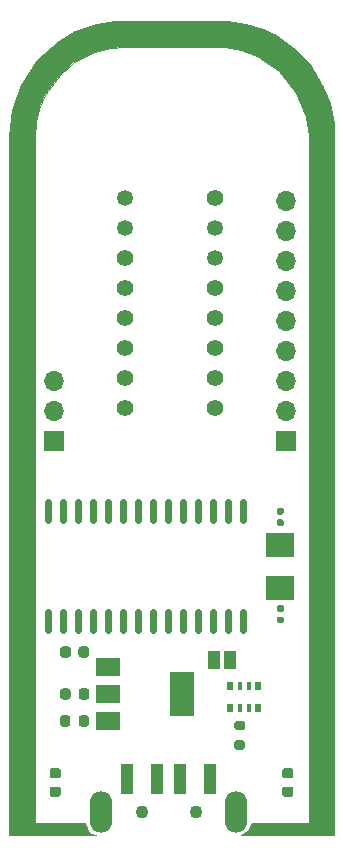
<source format=gbr>
%TF.GenerationSoftware,KiCad,Pcbnew,(5.1.8)-1*%
%TF.CreationDate,2021-02-26T23:13:32+01:00*%
%TF.ProjectId,CH341Apro,43483334-3141-4707-926f-2e6b69636164,rev?*%
%TF.SameCoordinates,Original*%
%TF.FileFunction,Soldermask,Top*%
%TF.FilePolarity,Negative*%
%FSLAX46Y46*%
G04 Gerber Fmt 4.6, Leading zero omitted, Abs format (unit mm)*
G04 Created by KiCad (PCBNEW (5.1.8)-1) date 2021-02-26 23:13:32*
%MOMM*%
%LPD*%
G01*
G04 APERTURE LIST*
%ADD10C,0.100000*%
%ADD11R,1.700000X1.700000*%
%ADD12O,1.700000X1.700000*%
%ADD13C,1.400000*%
%ADD14C,1.350000*%
%ADD15R,0.500000X0.800000*%
%ADD16R,0.400000X0.800000*%
%ADD17R,2.000000X3.800000*%
%ADD18R,2.000000X1.500000*%
%ADD19R,1.100000X2.500000*%
%ADD20O,1.900000X3.500000*%
%ADD21C,1.100000*%
%ADD22R,1.000000X1.500000*%
%ADD23R,2.400000X2.000000*%
G04 APERTURE END LIST*
D10*
G36*
X111277400Y-45237400D02*
G01*
X112699800Y-45669200D01*
X113817400Y-46202600D01*
X115493800Y-47447200D01*
X116662200Y-48666400D01*
X117830600Y-50622200D01*
X118364000Y-51917600D01*
X118694200Y-53619400D01*
X118719600Y-56134000D01*
X118694200Y-113919000D01*
X110871000Y-113919000D01*
X111252000Y-113665000D01*
X111506000Y-113411000D01*
X111760000Y-112903000D01*
X116586000Y-112903000D01*
X116586000Y-54610000D01*
X116332000Y-53086000D01*
X115544600Y-51054000D01*
X114046000Y-49250600D01*
X112242600Y-47955200D01*
X110820200Y-47447200D01*
X109474000Y-47193200D01*
X100965000Y-47193200D01*
X99745800Y-47294800D01*
X98425000Y-47625000D01*
X96748600Y-48463200D01*
X95504000Y-49555400D01*
X94259400Y-51282600D01*
X93776800Y-52451000D01*
X93522800Y-53492400D01*
X93395800Y-54965600D01*
X93395800Y-112903000D01*
X97663000Y-112903000D01*
X97790000Y-113284000D01*
X97917000Y-113538000D01*
X98171000Y-113792000D01*
X98552000Y-113919000D01*
X91186000Y-113919000D01*
X91211400Y-54737000D01*
X91465400Y-52527200D01*
X92202000Y-50393600D01*
X93573600Y-48310800D01*
X95402400Y-46710600D01*
X96799400Y-45872400D01*
X98628200Y-45212000D01*
X100177600Y-44958000D01*
X103809800Y-44983400D01*
X109651800Y-44958000D01*
X111277400Y-45237400D01*
G37*
X111277400Y-45237400D02*
X112699800Y-45669200D01*
X113817400Y-46202600D01*
X115493800Y-47447200D01*
X116662200Y-48666400D01*
X117830600Y-50622200D01*
X118364000Y-51917600D01*
X118694200Y-53619400D01*
X118719600Y-56134000D01*
X118694200Y-113919000D01*
X110871000Y-113919000D01*
X111252000Y-113665000D01*
X111506000Y-113411000D01*
X111760000Y-112903000D01*
X116586000Y-112903000D01*
X116586000Y-54610000D01*
X116332000Y-53086000D01*
X115544600Y-51054000D01*
X114046000Y-49250600D01*
X112242600Y-47955200D01*
X110820200Y-47447200D01*
X109474000Y-47193200D01*
X100965000Y-47193200D01*
X99745800Y-47294800D01*
X98425000Y-47625000D01*
X96748600Y-48463200D01*
X95504000Y-49555400D01*
X94259400Y-51282600D01*
X93776800Y-52451000D01*
X93522800Y-53492400D01*
X93395800Y-54965600D01*
X93395800Y-112903000D01*
X97663000Y-112903000D01*
X97790000Y-113284000D01*
X97917000Y-113538000D01*
X98171000Y-113792000D01*
X98552000Y-113919000D01*
X91186000Y-113919000D01*
X91211400Y-54737000D01*
X91465400Y-52527200D01*
X92202000Y-50393600D01*
X93573600Y-48310800D01*
X95402400Y-46710600D01*
X96799400Y-45872400D01*
X98628200Y-45212000D01*
X100177600Y-44958000D01*
X103809800Y-44983400D01*
X109651800Y-44958000D01*
X111277400Y-45237400D01*
D11*
%TO.C,J5*%
X94996000Y-80518000D03*
D12*
X94996000Y-77978000D03*
X94996000Y-75438000D03*
%TD*%
%TO.C,C2*%
G36*
G01*
X97999000Y-101724750D02*
X97999000Y-102237250D01*
G75*
G02*
X97780250Y-102456000I-218750J0D01*
G01*
X97342750Y-102456000D01*
G75*
G02*
X97124000Y-102237250I0J218750D01*
G01*
X97124000Y-101724750D01*
G75*
G02*
X97342750Y-101506000I218750J0D01*
G01*
X97780250Y-101506000D01*
G75*
G02*
X97999000Y-101724750I0J-218750D01*
G01*
G37*
G36*
G01*
X96424000Y-101724750D02*
X96424000Y-102237250D01*
G75*
G02*
X96205250Y-102456000I-218750J0D01*
G01*
X95767750Y-102456000D01*
G75*
G02*
X95549000Y-102237250I0J218750D01*
G01*
X95549000Y-101724750D01*
G75*
G02*
X95767750Y-101506000I218750J0D01*
G01*
X96205250Y-101506000D01*
G75*
G02*
X96424000Y-101724750I0J-218750D01*
G01*
G37*
%TD*%
%TO.C,C1*%
G36*
G01*
X97973500Y-104010750D02*
X97973500Y-104523250D01*
G75*
G02*
X97754750Y-104742000I-218750J0D01*
G01*
X97317250Y-104742000D01*
G75*
G02*
X97098500Y-104523250I0J218750D01*
G01*
X97098500Y-104010750D01*
G75*
G02*
X97317250Y-103792000I218750J0D01*
G01*
X97754750Y-103792000D01*
G75*
G02*
X97973500Y-104010750I0J-218750D01*
G01*
G37*
G36*
G01*
X96398500Y-104010750D02*
X96398500Y-104523250D01*
G75*
G02*
X96179750Y-104742000I-218750J0D01*
G01*
X95742250Y-104742000D01*
G75*
G02*
X95523500Y-104523250I0J218750D01*
G01*
X95523500Y-104010750D01*
G75*
G02*
X95742250Y-103792000I218750J0D01*
G01*
X96179750Y-103792000D01*
G75*
G02*
X96398500Y-104010750I0J-218750D01*
G01*
G37*
%TD*%
%TO.C,D1*%
G36*
G01*
X95379250Y-110699000D02*
X94866750Y-110699000D01*
G75*
G02*
X94648000Y-110480250I0J218750D01*
G01*
X94648000Y-110042750D01*
G75*
G02*
X94866750Y-109824000I218750J0D01*
G01*
X95379250Y-109824000D01*
G75*
G02*
X95598000Y-110042750I0J-218750D01*
G01*
X95598000Y-110480250D01*
G75*
G02*
X95379250Y-110699000I-218750J0D01*
G01*
G37*
G36*
G01*
X95379250Y-109124000D02*
X94866750Y-109124000D01*
G75*
G02*
X94648000Y-108905250I0J218750D01*
G01*
X94648000Y-108467750D01*
G75*
G02*
X94866750Y-108249000I218750J0D01*
G01*
X95379250Y-108249000D01*
G75*
G02*
X95598000Y-108467750I0J-218750D01*
G01*
X95598000Y-108905250D01*
G75*
G02*
X95379250Y-109124000I-218750J0D01*
G01*
G37*
%TD*%
%TO.C,D2*%
G36*
G01*
X115064250Y-109124000D02*
X114551750Y-109124000D01*
G75*
G02*
X114333000Y-108905250I0J218750D01*
G01*
X114333000Y-108467750D01*
G75*
G02*
X114551750Y-108249000I218750J0D01*
G01*
X115064250Y-108249000D01*
G75*
G02*
X115283000Y-108467750I0J-218750D01*
G01*
X115283000Y-108905250D01*
G75*
G02*
X115064250Y-109124000I-218750J0D01*
G01*
G37*
G36*
G01*
X115064250Y-110699000D02*
X114551750Y-110699000D01*
G75*
G02*
X114333000Y-110480250I0J218750D01*
G01*
X114333000Y-110042750D01*
G75*
G02*
X114551750Y-109824000I218750J0D01*
G01*
X115064250Y-109824000D01*
G75*
G02*
X115283000Y-110042750I0J-218750D01*
G01*
X115283000Y-110480250D01*
G75*
G02*
X115064250Y-110699000I-218750J0D01*
G01*
G37*
%TD*%
D13*
%TO.C,J3*%
X108648500Y-77787500D03*
X101028500Y-77787500D03*
X108648500Y-75247500D03*
X101028500Y-75247500D03*
X108648500Y-72707500D03*
X101028500Y-72707500D03*
X108648500Y-70167500D03*
X101028500Y-70167500D03*
X108648500Y-67627500D03*
X101028500Y-67627500D03*
D14*
X108648500Y-65087500D03*
D13*
X101028500Y-65087500D03*
D14*
X108648500Y-62547500D03*
X101028500Y-62547500D03*
D13*
X108648500Y-60007500D03*
D14*
X101028500Y-60007500D03*
%TD*%
D15*
%TO.C,RN1*%
X112325000Y-101335000D03*
D16*
X110725000Y-101335000D03*
X111525000Y-101335000D03*
D15*
X109925000Y-101335000D03*
D16*
X111525000Y-103135000D03*
D15*
X112325000Y-103135000D03*
D16*
X110725000Y-103135000D03*
D15*
X109925000Y-103135000D03*
%TD*%
D17*
%TO.C,U1*%
X105893000Y-101981000D03*
D18*
X99593000Y-101981000D03*
X99593000Y-104281000D03*
X99593000Y-99681000D03*
%TD*%
%TO.C,U2*%
G36*
G01*
X94701500Y-96861000D02*
X94401500Y-96861000D01*
G75*
G02*
X94251500Y-96711000I0J150000D01*
G01*
X94251500Y-94961000D01*
G75*
G02*
X94401500Y-94811000I150000J0D01*
G01*
X94701500Y-94811000D01*
G75*
G02*
X94851500Y-94961000I0J-150000D01*
G01*
X94851500Y-96711000D01*
G75*
G02*
X94701500Y-96861000I-150000J0D01*
G01*
G37*
G36*
G01*
X95971500Y-96861000D02*
X95671500Y-96861000D01*
G75*
G02*
X95521500Y-96711000I0J150000D01*
G01*
X95521500Y-94961000D01*
G75*
G02*
X95671500Y-94811000I150000J0D01*
G01*
X95971500Y-94811000D01*
G75*
G02*
X96121500Y-94961000I0J-150000D01*
G01*
X96121500Y-96711000D01*
G75*
G02*
X95971500Y-96861000I-150000J0D01*
G01*
G37*
G36*
G01*
X97241500Y-96861000D02*
X96941500Y-96861000D01*
G75*
G02*
X96791500Y-96711000I0J150000D01*
G01*
X96791500Y-94961000D01*
G75*
G02*
X96941500Y-94811000I150000J0D01*
G01*
X97241500Y-94811000D01*
G75*
G02*
X97391500Y-94961000I0J-150000D01*
G01*
X97391500Y-96711000D01*
G75*
G02*
X97241500Y-96861000I-150000J0D01*
G01*
G37*
G36*
G01*
X98511500Y-96861000D02*
X98211500Y-96861000D01*
G75*
G02*
X98061500Y-96711000I0J150000D01*
G01*
X98061500Y-94961000D01*
G75*
G02*
X98211500Y-94811000I150000J0D01*
G01*
X98511500Y-94811000D01*
G75*
G02*
X98661500Y-94961000I0J-150000D01*
G01*
X98661500Y-96711000D01*
G75*
G02*
X98511500Y-96861000I-150000J0D01*
G01*
G37*
G36*
G01*
X99781500Y-96861000D02*
X99481500Y-96861000D01*
G75*
G02*
X99331500Y-96711000I0J150000D01*
G01*
X99331500Y-94961000D01*
G75*
G02*
X99481500Y-94811000I150000J0D01*
G01*
X99781500Y-94811000D01*
G75*
G02*
X99931500Y-94961000I0J-150000D01*
G01*
X99931500Y-96711000D01*
G75*
G02*
X99781500Y-96861000I-150000J0D01*
G01*
G37*
G36*
G01*
X101051500Y-96861000D02*
X100751500Y-96861000D01*
G75*
G02*
X100601500Y-96711000I0J150000D01*
G01*
X100601500Y-94961000D01*
G75*
G02*
X100751500Y-94811000I150000J0D01*
G01*
X101051500Y-94811000D01*
G75*
G02*
X101201500Y-94961000I0J-150000D01*
G01*
X101201500Y-96711000D01*
G75*
G02*
X101051500Y-96861000I-150000J0D01*
G01*
G37*
G36*
G01*
X102321500Y-96861000D02*
X102021500Y-96861000D01*
G75*
G02*
X101871500Y-96711000I0J150000D01*
G01*
X101871500Y-94961000D01*
G75*
G02*
X102021500Y-94811000I150000J0D01*
G01*
X102321500Y-94811000D01*
G75*
G02*
X102471500Y-94961000I0J-150000D01*
G01*
X102471500Y-96711000D01*
G75*
G02*
X102321500Y-96861000I-150000J0D01*
G01*
G37*
G36*
G01*
X103591500Y-96861000D02*
X103291500Y-96861000D01*
G75*
G02*
X103141500Y-96711000I0J150000D01*
G01*
X103141500Y-94961000D01*
G75*
G02*
X103291500Y-94811000I150000J0D01*
G01*
X103591500Y-94811000D01*
G75*
G02*
X103741500Y-94961000I0J-150000D01*
G01*
X103741500Y-96711000D01*
G75*
G02*
X103591500Y-96861000I-150000J0D01*
G01*
G37*
G36*
G01*
X104861500Y-96861000D02*
X104561500Y-96861000D01*
G75*
G02*
X104411500Y-96711000I0J150000D01*
G01*
X104411500Y-94961000D01*
G75*
G02*
X104561500Y-94811000I150000J0D01*
G01*
X104861500Y-94811000D01*
G75*
G02*
X105011500Y-94961000I0J-150000D01*
G01*
X105011500Y-96711000D01*
G75*
G02*
X104861500Y-96861000I-150000J0D01*
G01*
G37*
G36*
G01*
X106131500Y-96861000D02*
X105831500Y-96861000D01*
G75*
G02*
X105681500Y-96711000I0J150000D01*
G01*
X105681500Y-94961000D01*
G75*
G02*
X105831500Y-94811000I150000J0D01*
G01*
X106131500Y-94811000D01*
G75*
G02*
X106281500Y-94961000I0J-150000D01*
G01*
X106281500Y-96711000D01*
G75*
G02*
X106131500Y-96861000I-150000J0D01*
G01*
G37*
G36*
G01*
X107401500Y-96861000D02*
X107101500Y-96861000D01*
G75*
G02*
X106951500Y-96711000I0J150000D01*
G01*
X106951500Y-94961000D01*
G75*
G02*
X107101500Y-94811000I150000J0D01*
G01*
X107401500Y-94811000D01*
G75*
G02*
X107551500Y-94961000I0J-150000D01*
G01*
X107551500Y-96711000D01*
G75*
G02*
X107401500Y-96861000I-150000J0D01*
G01*
G37*
G36*
G01*
X108671500Y-96861000D02*
X108371500Y-96861000D01*
G75*
G02*
X108221500Y-96711000I0J150000D01*
G01*
X108221500Y-94961000D01*
G75*
G02*
X108371500Y-94811000I150000J0D01*
G01*
X108671500Y-94811000D01*
G75*
G02*
X108821500Y-94961000I0J-150000D01*
G01*
X108821500Y-96711000D01*
G75*
G02*
X108671500Y-96861000I-150000J0D01*
G01*
G37*
G36*
G01*
X109941500Y-96861000D02*
X109641500Y-96861000D01*
G75*
G02*
X109491500Y-96711000I0J150000D01*
G01*
X109491500Y-94961000D01*
G75*
G02*
X109641500Y-94811000I150000J0D01*
G01*
X109941500Y-94811000D01*
G75*
G02*
X110091500Y-94961000I0J-150000D01*
G01*
X110091500Y-96711000D01*
G75*
G02*
X109941500Y-96861000I-150000J0D01*
G01*
G37*
G36*
G01*
X111211500Y-96861000D02*
X110911500Y-96861000D01*
G75*
G02*
X110761500Y-96711000I0J150000D01*
G01*
X110761500Y-94961000D01*
G75*
G02*
X110911500Y-94811000I150000J0D01*
G01*
X111211500Y-94811000D01*
G75*
G02*
X111361500Y-94961000I0J-150000D01*
G01*
X111361500Y-96711000D01*
G75*
G02*
X111211500Y-96861000I-150000J0D01*
G01*
G37*
G36*
G01*
X111211500Y-87561000D02*
X110911500Y-87561000D01*
G75*
G02*
X110761500Y-87411000I0J150000D01*
G01*
X110761500Y-85661000D01*
G75*
G02*
X110911500Y-85511000I150000J0D01*
G01*
X111211500Y-85511000D01*
G75*
G02*
X111361500Y-85661000I0J-150000D01*
G01*
X111361500Y-87411000D01*
G75*
G02*
X111211500Y-87561000I-150000J0D01*
G01*
G37*
G36*
G01*
X109941500Y-87561000D02*
X109641500Y-87561000D01*
G75*
G02*
X109491500Y-87411000I0J150000D01*
G01*
X109491500Y-85661000D01*
G75*
G02*
X109641500Y-85511000I150000J0D01*
G01*
X109941500Y-85511000D01*
G75*
G02*
X110091500Y-85661000I0J-150000D01*
G01*
X110091500Y-87411000D01*
G75*
G02*
X109941500Y-87561000I-150000J0D01*
G01*
G37*
G36*
G01*
X108671500Y-87561000D02*
X108371500Y-87561000D01*
G75*
G02*
X108221500Y-87411000I0J150000D01*
G01*
X108221500Y-85661000D01*
G75*
G02*
X108371500Y-85511000I150000J0D01*
G01*
X108671500Y-85511000D01*
G75*
G02*
X108821500Y-85661000I0J-150000D01*
G01*
X108821500Y-87411000D01*
G75*
G02*
X108671500Y-87561000I-150000J0D01*
G01*
G37*
G36*
G01*
X107401500Y-87561000D02*
X107101500Y-87561000D01*
G75*
G02*
X106951500Y-87411000I0J150000D01*
G01*
X106951500Y-85661000D01*
G75*
G02*
X107101500Y-85511000I150000J0D01*
G01*
X107401500Y-85511000D01*
G75*
G02*
X107551500Y-85661000I0J-150000D01*
G01*
X107551500Y-87411000D01*
G75*
G02*
X107401500Y-87561000I-150000J0D01*
G01*
G37*
G36*
G01*
X106131500Y-87561000D02*
X105831500Y-87561000D01*
G75*
G02*
X105681500Y-87411000I0J150000D01*
G01*
X105681500Y-85661000D01*
G75*
G02*
X105831500Y-85511000I150000J0D01*
G01*
X106131500Y-85511000D01*
G75*
G02*
X106281500Y-85661000I0J-150000D01*
G01*
X106281500Y-87411000D01*
G75*
G02*
X106131500Y-87561000I-150000J0D01*
G01*
G37*
G36*
G01*
X104861500Y-87561000D02*
X104561500Y-87561000D01*
G75*
G02*
X104411500Y-87411000I0J150000D01*
G01*
X104411500Y-85661000D01*
G75*
G02*
X104561500Y-85511000I150000J0D01*
G01*
X104861500Y-85511000D01*
G75*
G02*
X105011500Y-85661000I0J-150000D01*
G01*
X105011500Y-87411000D01*
G75*
G02*
X104861500Y-87561000I-150000J0D01*
G01*
G37*
G36*
G01*
X103591500Y-87561000D02*
X103291500Y-87561000D01*
G75*
G02*
X103141500Y-87411000I0J150000D01*
G01*
X103141500Y-85661000D01*
G75*
G02*
X103291500Y-85511000I150000J0D01*
G01*
X103591500Y-85511000D01*
G75*
G02*
X103741500Y-85661000I0J-150000D01*
G01*
X103741500Y-87411000D01*
G75*
G02*
X103591500Y-87561000I-150000J0D01*
G01*
G37*
G36*
G01*
X102321500Y-87561000D02*
X102021500Y-87561000D01*
G75*
G02*
X101871500Y-87411000I0J150000D01*
G01*
X101871500Y-85661000D01*
G75*
G02*
X102021500Y-85511000I150000J0D01*
G01*
X102321500Y-85511000D01*
G75*
G02*
X102471500Y-85661000I0J-150000D01*
G01*
X102471500Y-87411000D01*
G75*
G02*
X102321500Y-87561000I-150000J0D01*
G01*
G37*
G36*
G01*
X101051500Y-87561000D02*
X100751500Y-87561000D01*
G75*
G02*
X100601500Y-87411000I0J150000D01*
G01*
X100601500Y-85661000D01*
G75*
G02*
X100751500Y-85511000I150000J0D01*
G01*
X101051500Y-85511000D01*
G75*
G02*
X101201500Y-85661000I0J-150000D01*
G01*
X101201500Y-87411000D01*
G75*
G02*
X101051500Y-87561000I-150000J0D01*
G01*
G37*
G36*
G01*
X99781500Y-87561000D02*
X99481500Y-87561000D01*
G75*
G02*
X99331500Y-87411000I0J150000D01*
G01*
X99331500Y-85661000D01*
G75*
G02*
X99481500Y-85511000I150000J0D01*
G01*
X99781500Y-85511000D01*
G75*
G02*
X99931500Y-85661000I0J-150000D01*
G01*
X99931500Y-87411000D01*
G75*
G02*
X99781500Y-87561000I-150000J0D01*
G01*
G37*
G36*
G01*
X98511500Y-87561000D02*
X98211500Y-87561000D01*
G75*
G02*
X98061500Y-87411000I0J150000D01*
G01*
X98061500Y-85661000D01*
G75*
G02*
X98211500Y-85511000I150000J0D01*
G01*
X98511500Y-85511000D01*
G75*
G02*
X98661500Y-85661000I0J-150000D01*
G01*
X98661500Y-87411000D01*
G75*
G02*
X98511500Y-87561000I-150000J0D01*
G01*
G37*
G36*
G01*
X97241500Y-87561000D02*
X96941500Y-87561000D01*
G75*
G02*
X96791500Y-87411000I0J150000D01*
G01*
X96791500Y-85661000D01*
G75*
G02*
X96941500Y-85511000I150000J0D01*
G01*
X97241500Y-85511000D01*
G75*
G02*
X97391500Y-85661000I0J-150000D01*
G01*
X97391500Y-87411000D01*
G75*
G02*
X97241500Y-87561000I-150000J0D01*
G01*
G37*
G36*
G01*
X95971500Y-87561000D02*
X95671500Y-87561000D01*
G75*
G02*
X95521500Y-87411000I0J150000D01*
G01*
X95521500Y-85661000D01*
G75*
G02*
X95671500Y-85511000I150000J0D01*
G01*
X95971500Y-85511000D01*
G75*
G02*
X96121500Y-85661000I0J-150000D01*
G01*
X96121500Y-87411000D01*
G75*
G02*
X95971500Y-87561000I-150000J0D01*
G01*
G37*
G36*
G01*
X94701500Y-87561000D02*
X94401500Y-87561000D01*
G75*
G02*
X94251500Y-87411000I0J150000D01*
G01*
X94251500Y-85661000D01*
G75*
G02*
X94401500Y-85511000I150000J0D01*
G01*
X94701500Y-85511000D01*
G75*
G02*
X94851500Y-85661000I0J-150000D01*
G01*
X94851500Y-87411000D01*
G75*
G02*
X94701500Y-87561000I-150000J0D01*
G01*
G37*
%TD*%
D11*
%TO.C,J4*%
X114681000Y-80518000D03*
D12*
X114681000Y-77978000D03*
X114681000Y-75438000D03*
X114681000Y-72898000D03*
X114681000Y-70358000D03*
X114681000Y-67818000D03*
X114681000Y-65278000D03*
X114681000Y-62738000D03*
X114681000Y-60198000D03*
%TD*%
D19*
%TO.C,J1*%
X105726500Y-109200500D03*
X103726500Y-109200500D03*
X108226500Y-109200500D03*
X101226500Y-109200500D03*
D20*
X110426500Y-111950500D03*
X99026500Y-111950500D03*
D21*
X107026500Y-111950500D03*
X102426500Y-111950500D03*
%TD*%
%TO.C,C3*%
G36*
G01*
X95536000Y-98675000D02*
X95536000Y-98175000D01*
G75*
G02*
X95761000Y-97950000I225000J0D01*
G01*
X96211000Y-97950000D01*
G75*
G02*
X96436000Y-98175000I0J-225000D01*
G01*
X96436000Y-98675000D01*
G75*
G02*
X96211000Y-98900000I-225000J0D01*
G01*
X95761000Y-98900000D01*
G75*
G02*
X95536000Y-98675000I0J225000D01*
G01*
G37*
G36*
G01*
X97086000Y-98675000D02*
X97086000Y-98175000D01*
G75*
G02*
X97311000Y-97950000I225000J0D01*
G01*
X97761000Y-97950000D01*
G75*
G02*
X97986000Y-98175000I0J-225000D01*
G01*
X97986000Y-98675000D01*
G75*
G02*
X97761000Y-98900000I-225000J0D01*
G01*
X97311000Y-98900000D01*
G75*
G02*
X97086000Y-98675000I0J225000D01*
G01*
G37*
%TD*%
%TO.C,R1*%
G36*
G01*
X110469000Y-104249000D02*
X111019000Y-104249000D01*
G75*
G02*
X111219000Y-104449000I0J-200000D01*
G01*
X111219000Y-104849000D01*
G75*
G02*
X111019000Y-105049000I-200000J0D01*
G01*
X110469000Y-105049000D01*
G75*
G02*
X110269000Y-104849000I0J200000D01*
G01*
X110269000Y-104449000D01*
G75*
G02*
X110469000Y-104249000I200000J0D01*
G01*
G37*
G36*
G01*
X110469000Y-105899000D02*
X111019000Y-105899000D01*
G75*
G02*
X111219000Y-106099000I0J-200000D01*
G01*
X111219000Y-106499000D01*
G75*
G02*
X111019000Y-106699000I-200000J0D01*
G01*
X110469000Y-106699000D01*
G75*
G02*
X110269000Y-106499000I0J200000D01*
G01*
X110269000Y-106099000D01*
G75*
G02*
X110469000Y-105899000I200000J0D01*
G01*
G37*
%TD*%
D22*
%TO.C,JP1*%
X109885000Y-99060000D03*
X108585000Y-99060000D03*
%TD*%
%TO.C,C5*%
G36*
G01*
X114343000Y-87755000D02*
X114003000Y-87755000D01*
G75*
G02*
X113863000Y-87615000I0J140000D01*
G01*
X113863000Y-87335000D01*
G75*
G02*
X114003000Y-87195000I140000J0D01*
G01*
X114343000Y-87195000D01*
G75*
G02*
X114483000Y-87335000I0J-140000D01*
G01*
X114483000Y-87615000D01*
G75*
G02*
X114343000Y-87755000I-140000J0D01*
G01*
G37*
G36*
G01*
X114343000Y-86795000D02*
X114003000Y-86795000D01*
G75*
G02*
X113863000Y-86655000I0J140000D01*
G01*
X113863000Y-86375000D01*
G75*
G02*
X114003000Y-86235000I140000J0D01*
G01*
X114343000Y-86235000D01*
G75*
G02*
X114483000Y-86375000I0J-140000D01*
G01*
X114483000Y-86655000D01*
G75*
G02*
X114343000Y-86795000I-140000J0D01*
G01*
G37*
%TD*%
%TO.C,C6*%
G36*
G01*
X114003000Y-95422000D02*
X114343000Y-95422000D01*
G75*
G02*
X114483000Y-95562000I0J-140000D01*
G01*
X114483000Y-95842000D01*
G75*
G02*
X114343000Y-95982000I-140000J0D01*
G01*
X114003000Y-95982000D01*
G75*
G02*
X113863000Y-95842000I0J140000D01*
G01*
X113863000Y-95562000D01*
G75*
G02*
X114003000Y-95422000I140000J0D01*
G01*
G37*
G36*
G01*
X114003000Y-94462000D02*
X114343000Y-94462000D01*
G75*
G02*
X114483000Y-94602000I0J-140000D01*
G01*
X114483000Y-94882000D01*
G75*
G02*
X114343000Y-95022000I-140000J0D01*
G01*
X114003000Y-95022000D01*
G75*
G02*
X113863000Y-94882000I0J140000D01*
G01*
X113863000Y-94602000D01*
G75*
G02*
X114003000Y-94462000I140000J0D01*
G01*
G37*
%TD*%
D23*
%TO.C,Y1*%
X114173000Y-89336000D03*
X114173000Y-93036000D03*
%TD*%
M02*

</source>
